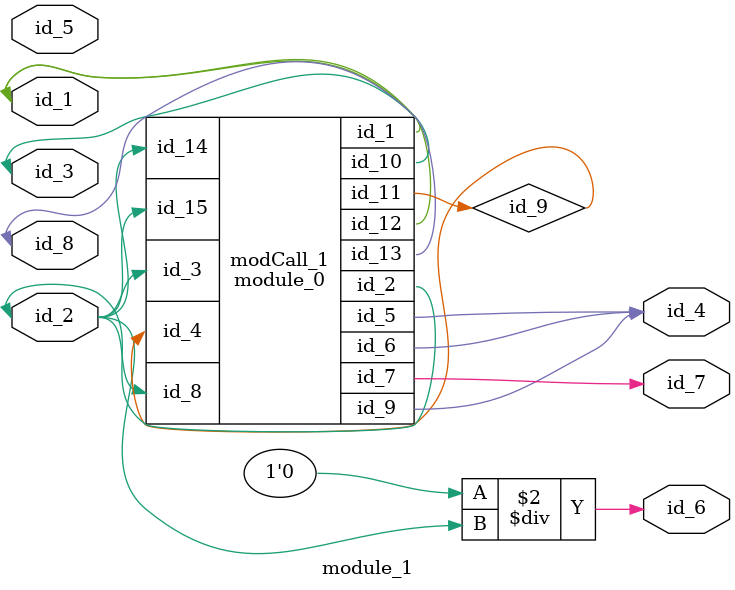
<source format=v>
module module_0 (
    id_1,
    id_2,
    id_3,
    id_4,
    id_5,
    id_6,
    id_7,
    id_8,
    id_9,
    id_10,
    id_11,
    id_12,
    id_13,
    id_14,
    id_15
);
  input wire id_15;
  input wire id_14;
  inout wire id_13;
  inout wire id_12;
  inout wire id_11;
  output wire id_10;
  output wire id_9;
  input wire id_8;
  output wire id_7;
  output wire id_6;
  output wire id_5;
  input wire id_4;
  input wire id_3;
  inout wire id_2;
  inout wire id_1;
  wire id_16, id_17, id_18;
  wire id_19;
  assign id_6 = 1;
endmodule
module module_1 (
    id_1,
    id_2,
    id_3,
    id_4,
    id_5,
    id_6,
    id_7,
    id_8
);
  inout wire id_8;
  output wire id_7;
  output wire id_6;
  input wire id_5;
  output wire id_4;
  inout wire id_3;
  inout wire id_2;
  inout wire id_1;
  wire id_9;
  always
    if (1) id_6 <= #1  (1'b0 / id_2);
    else id_6 = 1;
  module_0 modCall_1 (
      id_1,
      id_2,
      id_2,
      id_9,
      id_4,
      id_4,
      id_7,
      id_2,
      id_4,
      id_3,
      id_9,
      id_1,
      id_8,
      id_2,
      id_2
  );
endmodule

</source>
